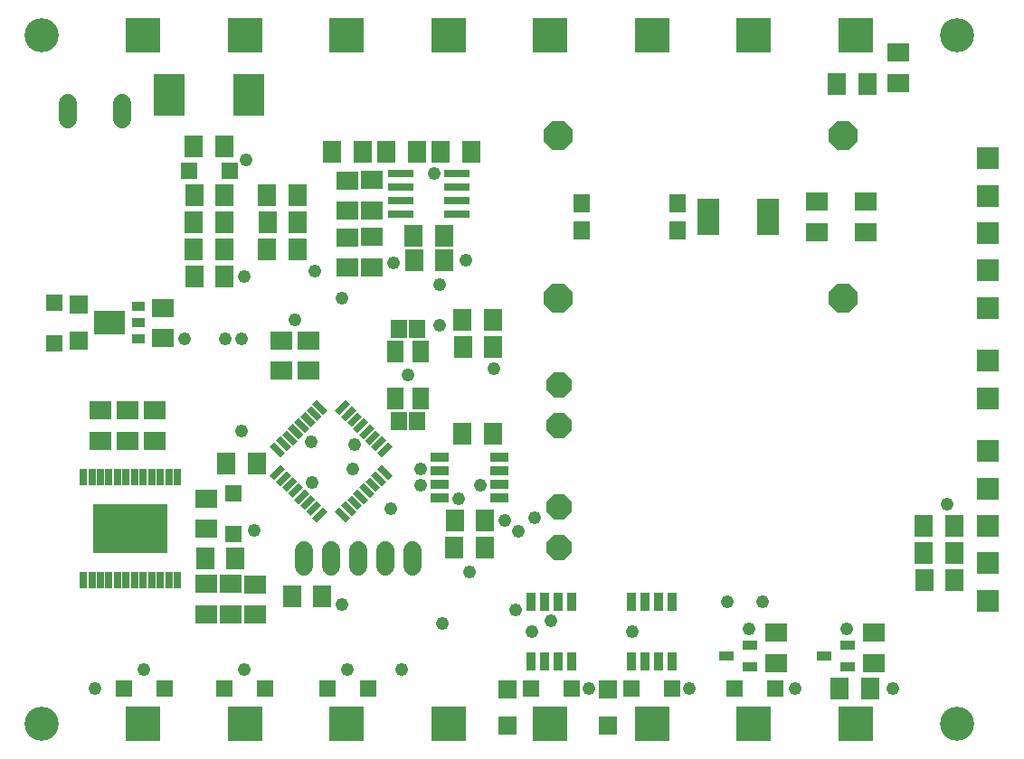
<source format=gbr>
G04 EAGLE Gerber RS-274X export*
G75*
%MOMM*%
%FSLAX34Y34*%
%LPD*%
%INSoldermask Top*%
%IPPOS*%
%AMOC8*
5,1,8,0,0,1.08239X$1,22.5*%
G01*
%ADD10R,2.003200X3.403200*%
%ADD11R,1.803200X2.006200*%
%ADD12R,1.803200X2.003200*%
%ADD13P,2.492961X8X22.500000*%
%ADD14R,2.403200X0.803200*%
%ADD15R,2.006200X1.803200*%
%ADD16R,2.003200X1.803200*%
%ADD17R,1.473200X0.838200*%
%ADD18P,2.969212X8X22.500000*%
%ADD19C,1.727200*%
%ADD20R,1.603200X1.603200*%
%ADD21R,1.503200X1.703200*%
%ADD22R,1.303200X0.903200*%
%ADD23R,3.003200X2.203200*%
%ADD24R,1.300000X0.900000*%
%ADD25R,1.403200X0.603200*%
%ADD26R,1.727200X0.914400*%
%ADD27R,1.603200X2.103200*%
%ADD28R,0.703200X1.603200*%
%ADD29R,7.003200X4.603200*%
%ADD30R,1.803200X1.803200*%
%ADD31R,3.203200X3.203200*%
%ADD32C,3.203200*%
%ADD33R,3.003200X4.003200*%
%ADD34R,0.914400X1.727200*%
%ADD35R,2.153200X2.153200*%
%ADD36C,1.209600*%


D10*
X713800Y508000D03*
X657800Y508000D03*
D11*
X448560Y198120D03*
X420120Y198120D03*
X204720Y574040D03*
X176280Y574040D03*
D12*
X176500Y528320D03*
X204500Y528320D03*
D11*
X204720Y477520D03*
X176280Y477520D03*
D12*
X176500Y452120D03*
X204500Y452120D03*
D13*
X518160Y350520D03*
X518160Y312420D03*
X518160Y236220D03*
X518160Y198120D03*
D11*
X435860Y568960D03*
X407420Y568960D03*
X385060Y568960D03*
X356620Y568960D03*
D14*
X422240Y523240D03*
X370240Y523240D03*
X422240Y510540D03*
X422240Y535940D03*
X422240Y548640D03*
X370240Y510540D03*
X370240Y535940D03*
X370240Y548640D03*
D11*
X382020Y490220D03*
X410460Y490220D03*
D15*
X342900Y514100D03*
X342900Y542540D03*
X342900Y460760D03*
X342900Y489200D03*
D11*
X305820Y568960D03*
X334260Y568960D03*
D16*
X320040Y542320D03*
X320040Y514320D03*
X320040Y460980D03*
X320040Y488980D03*
D15*
X721360Y89920D03*
X721360Y118360D03*
D17*
X696800Y86520D03*
X674800Y96520D03*
X696800Y106520D03*
D15*
X812800Y89920D03*
X812800Y118360D03*
D17*
X788240Y86520D03*
X766240Y96520D03*
X788240Y106520D03*
D11*
X427740Y411480D03*
X456180Y411480D03*
D12*
X455960Y386080D03*
X427960Y386080D03*
D11*
X859540Y193040D03*
X887980Y193040D03*
D12*
X859760Y167640D03*
X887760Y167640D03*
D11*
X859540Y218440D03*
X887980Y218440D03*
D18*
X516890Y584200D03*
X783590Y584200D03*
X516890Y431800D03*
X783590Y431800D03*
D15*
X835660Y661920D03*
X835660Y633480D03*
X805180Y522220D03*
X805180Y493780D03*
D19*
X109220Y599440D02*
X109220Y614680D01*
X58420Y614680D02*
X58420Y599440D01*
D20*
X45720Y389940D03*
X45720Y427940D03*
X720040Y66040D03*
X682040Y66040D03*
D21*
X629200Y495300D03*
X629200Y520700D03*
X539200Y520700D03*
X539200Y495300D03*
D22*
X124180Y423940D03*
X124180Y393940D03*
D23*
X97680Y408940D03*
D24*
X124180Y408940D03*
D15*
X187960Y135640D03*
X187960Y164080D03*
D16*
X233680Y135860D03*
X233680Y163860D03*
D15*
X210820Y135640D03*
X210820Y164080D03*
D12*
X382240Y467360D03*
X410240Y467360D03*
D15*
X759460Y493780D03*
X759460Y522220D03*
D11*
X778260Y632460D03*
X806700Y632460D03*
D25*
G36*
X329549Y253259D02*
X339470Y243338D01*
X335205Y239073D01*
X325284Y248994D01*
X329549Y253259D01*
G37*
G36*
X323892Y247602D02*
X333813Y237681D01*
X329548Y233416D01*
X319627Y243337D01*
X323892Y247602D01*
G37*
G36*
X318235Y241945D02*
X328156Y232024D01*
X323891Y227759D01*
X313970Y237680D01*
X318235Y241945D01*
G37*
G36*
X312579Y236288D02*
X322500Y226367D01*
X318235Y222102D01*
X308314Y232023D01*
X312579Y236288D01*
G37*
G36*
X335206Y258916D02*
X345127Y248995D01*
X340862Y244730D01*
X330941Y254651D01*
X335206Y258916D01*
G37*
G36*
X340863Y264573D02*
X350784Y254652D01*
X346519Y250387D01*
X336598Y260308D01*
X340863Y264573D01*
G37*
G36*
X346520Y270230D02*
X356441Y260309D01*
X352176Y256044D01*
X342255Y265965D01*
X346520Y270230D01*
G37*
G36*
X352177Y275886D02*
X362098Y265965D01*
X357833Y261700D01*
X347912Y271621D01*
X352177Y275886D01*
G37*
G36*
X268738Y314070D02*
X278659Y304149D01*
X274394Y299884D01*
X264473Y309805D01*
X268738Y314070D01*
G37*
G36*
X263081Y308413D02*
X273002Y298492D01*
X268737Y294227D01*
X258816Y304148D01*
X263081Y308413D01*
G37*
G36*
X257424Y302756D02*
X267345Y292835D01*
X263080Y288570D01*
X253159Y298491D01*
X257424Y302756D01*
G37*
G36*
X251767Y297100D02*
X261688Y287179D01*
X257423Y282914D01*
X247502Y292835D01*
X251767Y297100D01*
G37*
G36*
X274395Y319727D02*
X284316Y309806D01*
X280051Y305541D01*
X270130Y315462D01*
X274395Y319727D01*
G37*
G36*
X280052Y325384D02*
X289973Y315463D01*
X285708Y311198D01*
X275787Y321119D01*
X280052Y325384D01*
G37*
G36*
X285709Y331041D02*
X295630Y321120D01*
X291365Y316855D01*
X281444Y326776D01*
X285709Y331041D01*
G37*
G36*
X291365Y336698D02*
X301286Y326777D01*
X297021Y322512D01*
X287100Y332433D01*
X291365Y336698D01*
G37*
G36*
X270130Y243338D02*
X280051Y253259D01*
X284316Y248994D01*
X274395Y239073D01*
X270130Y243338D01*
G37*
G36*
X275787Y237681D02*
X285708Y247602D01*
X289973Y243337D01*
X280052Y233416D01*
X275787Y237681D01*
G37*
G36*
X281444Y232024D02*
X291365Y241945D01*
X295630Y237680D01*
X285709Y227759D01*
X281444Y232024D01*
G37*
G36*
X287100Y226367D02*
X297021Y236288D01*
X301286Y232023D01*
X291365Y222102D01*
X287100Y226367D01*
G37*
G36*
X264473Y248995D02*
X274394Y258916D01*
X278659Y254651D01*
X268738Y244730D01*
X264473Y248995D01*
G37*
G36*
X258816Y254652D02*
X268737Y264573D01*
X273002Y260308D01*
X263081Y250387D01*
X258816Y254652D01*
G37*
G36*
X253159Y260309D02*
X263080Y270230D01*
X267345Y265965D01*
X257424Y256044D01*
X253159Y260309D01*
G37*
G36*
X247502Y265965D02*
X257423Y275886D01*
X261688Y271621D01*
X251767Y261700D01*
X247502Y265965D01*
G37*
G36*
X330941Y304149D02*
X340862Y314070D01*
X345127Y309805D01*
X335206Y299884D01*
X330941Y304149D01*
G37*
G36*
X336598Y298492D02*
X346519Y308413D01*
X350784Y304148D01*
X340863Y294227D01*
X336598Y298492D01*
G37*
G36*
X342255Y292835D02*
X352176Y302756D01*
X356441Y298491D01*
X346520Y288570D01*
X342255Y292835D01*
G37*
G36*
X347912Y287179D02*
X357833Y297100D01*
X362098Y292835D01*
X352177Y282914D01*
X347912Y287179D01*
G37*
G36*
X325284Y309806D02*
X335205Y319727D01*
X339470Y315462D01*
X329549Y305541D01*
X325284Y309806D01*
G37*
G36*
X319627Y315463D02*
X329548Y325384D01*
X333813Y321119D01*
X323892Y311198D01*
X319627Y315463D01*
G37*
G36*
X313970Y321120D02*
X323891Y331041D01*
X328156Y326776D01*
X318235Y316855D01*
X313970Y321120D01*
G37*
G36*
X308314Y326777D02*
X318235Y336698D01*
X322500Y332433D01*
X312579Y322512D01*
X308314Y326777D01*
G37*
D16*
X257810Y392460D03*
X257810Y364460D03*
X283210Y364460D03*
X283210Y392460D03*
D19*
X381000Y195580D02*
X381000Y180340D01*
X355600Y180340D02*
X355600Y195580D01*
X330200Y195580D02*
X330200Y180340D01*
X304800Y180340D02*
X304800Y195580D01*
X279400Y195580D02*
X279400Y180340D01*
D26*
X406400Y283210D03*
X406400Y270510D03*
X406400Y257810D03*
X406400Y245110D03*
X462280Y245110D03*
X462280Y257810D03*
X462280Y270510D03*
X462280Y283210D03*
D11*
X780800Y66040D03*
X809240Y66040D03*
D27*
X364560Y382200D03*
X364560Y338200D03*
X388560Y338200D03*
X388560Y382200D03*
D21*
X384900Y316870D03*
X367900Y316870D03*
X367900Y403230D03*
X384900Y403230D03*
D12*
X267940Y152400D03*
X295940Y152400D03*
D28*
X160840Y263900D03*
X152840Y263900D03*
X144840Y263900D03*
X136840Y263900D03*
X128840Y263900D03*
X120840Y263900D03*
X112840Y263900D03*
X104840Y263900D03*
X96840Y263900D03*
X88840Y263900D03*
X80840Y263900D03*
X72840Y263900D03*
X72840Y167900D03*
X80840Y167900D03*
X88840Y167900D03*
X96840Y167900D03*
X104840Y167900D03*
X112840Y167900D03*
X120840Y167900D03*
X128840Y167900D03*
X136840Y167900D03*
X144840Y167900D03*
X152840Y167900D03*
X160840Y167900D03*
D29*
X116840Y215900D03*
D15*
X88900Y298200D03*
X88900Y326640D03*
X114300Y298200D03*
X114300Y326640D03*
X139700Y298200D03*
X139700Y326640D03*
D11*
X206760Y276860D03*
X235200Y276860D03*
D20*
X110540Y66040D03*
X148540Y66040D03*
X204520Y66040D03*
X242520Y66040D03*
X301040Y66040D03*
X339040Y66040D03*
D15*
X187960Y244090D03*
X187960Y215650D03*
D20*
X213360Y210870D03*
X213360Y248870D03*
D12*
X214660Y187960D03*
X186660Y187960D03*
D30*
X68580Y391940D03*
X68580Y425940D03*
D11*
X427740Y304800D03*
X456180Y304800D03*
D12*
X448340Y223520D03*
X420340Y223520D03*
D31*
X128905Y678180D03*
X224155Y678180D03*
X319405Y678180D03*
X414655Y678180D03*
X509905Y678180D03*
X605155Y678180D03*
X700405Y678180D03*
X795655Y678180D03*
D32*
X33655Y678180D03*
X890905Y678180D03*
D31*
X795655Y33020D03*
X700405Y33020D03*
X605155Y33020D03*
X509905Y33020D03*
X414655Y33020D03*
X319405Y33020D03*
X224155Y33020D03*
X128905Y33020D03*
D32*
X890905Y33020D03*
X33655Y33020D03*
D33*
X153500Y622300D03*
X227500Y622300D03*
D34*
X529590Y147320D03*
X516890Y147320D03*
X504190Y147320D03*
X491490Y147320D03*
X491490Y91440D03*
X504190Y91440D03*
X516890Y91440D03*
X529590Y91440D03*
D20*
X529540Y66040D03*
X491540Y66040D03*
D34*
X623570Y147320D03*
X610870Y147320D03*
X598170Y147320D03*
X585470Y147320D03*
X585470Y91440D03*
X598170Y91440D03*
X610870Y91440D03*
X623570Y91440D03*
D20*
X623520Y66040D03*
X585520Y66040D03*
D11*
X273300Y528320D03*
X244860Y528320D03*
D12*
X273080Y502920D03*
X245080Y502920D03*
D16*
X147320Y422940D03*
X147320Y394940D03*
D20*
X171500Y551180D03*
X209500Y551180D03*
D11*
X204720Y502920D03*
X176280Y502920D03*
X244860Y477520D03*
X273300Y477520D03*
D35*
X919480Y562760D03*
X919480Y527760D03*
X919480Y492760D03*
X919480Y457760D03*
X919480Y422760D03*
X919480Y288440D03*
X919480Y253440D03*
X919480Y218440D03*
X919480Y183440D03*
X919480Y148440D03*
X919480Y373100D03*
X919480Y338100D03*
D30*
X469900Y65260D03*
X469900Y31260D03*
X563880Y65260D03*
X563880Y31260D03*
D36*
X223520Y452120D03*
X401320Y548640D03*
X285750Y297180D03*
X232410Y214630D03*
X360680Y234950D03*
X388620Y271780D03*
X376560Y360200D03*
X223520Y83820D03*
X314960Y144780D03*
X129540Y83820D03*
X695960Y121920D03*
X787400Y121920D03*
X467360Y223520D03*
X167640Y393700D03*
X270510Y411480D03*
X457200Y365760D03*
X430530Y467360D03*
X363220Y464820D03*
X492760Y119380D03*
X586740Y119380D03*
X320040Y83820D03*
X224790Y561340D03*
X424180Y243840D03*
X495300Y226060D03*
X220980Y307340D03*
X205740Y393700D03*
X325120Y271780D03*
X480060Y213360D03*
X83820Y66040D03*
X830580Y66040D03*
X739140Y66040D03*
X546100Y66040D03*
X640080Y66040D03*
X675640Y147320D03*
X708660Y147320D03*
X370840Y83820D03*
X408940Y127000D03*
X434340Y175260D03*
X220980Y393700D03*
X287020Y259080D03*
X388620Y256540D03*
X444500Y256540D03*
X326390Y294640D03*
X510540Y129540D03*
X477520Y139700D03*
X314960Y431800D03*
X289560Y457200D03*
X881380Y238760D03*
X406400Y444500D03*
X406400Y406400D03*
M02*

</source>
